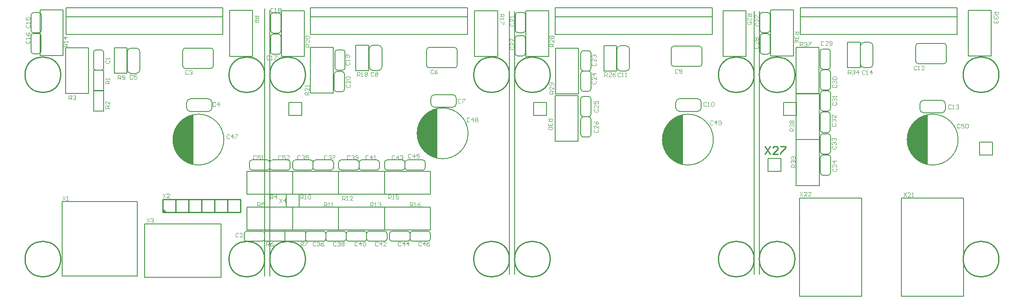
<source format=gto>
G04*
G04 #@! TF.GenerationSoftware,Altium Limited,Altium Designer,21.6.4 (81)*
G04*
G04 Layer_Color=65535*
%FSLAX44Y44*%
%MOMM*%
G71*
G04*
G04 #@! TF.SameCoordinates,43C67DF6-979F-4C5B-9B03-454D23029C34*
G04*
G04*
G04 #@! TF.FilePolarity,Positive*
G04*
G01*
G75*
%ADD10C,0.1500*%
%ADD11C,0.2000*%
%ADD12C,0.2540*%
%ADD13C,0.2032*%
%ADD14C,0.1000*%
G36*
X270510Y-395398D02*
X278210Y-403098D01*
X270510D01*
Y-395398D01*
D02*
G37*
G36*
X330000Y-211000D02*
Y-309000D01*
X320000Y-306000D01*
X310000Y-300000D01*
X303000Y-294000D01*
X294714Y-281572D01*
X292485Y-276667D01*
X290000Y-263000D01*
X291467Y-246867D01*
X293091Y-241181D01*
X298000Y-233000D01*
X302000Y-228000D01*
X306000Y-223000D01*
X310000Y-220000D01*
X316000Y-216000D01*
X323000Y-213000D01*
X329000Y-211000D01*
X330000D01*
D02*
G37*
G36*
X808896Y-198650D02*
Y-296650D01*
X798896Y-293650D01*
X788896Y-287650D01*
X781896Y-281650D01*
X773610Y-269222D01*
X771381Y-264317D01*
X768896Y-250650D01*
X770363Y-234517D01*
X771987Y-228831D01*
X776896Y-220650D01*
X780896Y-215650D01*
X784896Y-210650D01*
X788896Y-207650D01*
X794896Y-203650D01*
X801896Y-200650D01*
X807896Y-198650D01*
X808896D01*
D02*
G37*
G36*
X1290000Y-211000D02*
Y-309000D01*
X1280000Y-306000D01*
X1270000Y-300000D01*
X1263000Y-294000D01*
X1254714Y-281572D01*
X1252485Y-276667D01*
X1250000Y-263000D01*
X1251467Y-246867D01*
X1253091Y-241181D01*
X1258000Y-233000D01*
X1262000Y-228000D01*
X1266000Y-223000D01*
X1270000Y-220000D01*
X1276000Y-216000D01*
X1283000Y-213000D01*
X1289000Y-211000D01*
X1290000D01*
D02*
G37*
G36*
X1770000D02*
Y-309000D01*
X1760000Y-306000D01*
X1750000Y-300000D01*
X1743000Y-294000D01*
X1734714Y-281572D01*
X1732485Y-276667D01*
X1730000Y-263000D01*
X1731467Y-246867D01*
X1733091Y-241181D01*
X1738000Y-233000D01*
X1742000Y-228000D01*
X1746000Y-223000D01*
X1750000Y-220000D01*
X1756000Y-216000D01*
X1763000Y-213000D01*
X1769000Y-211000D01*
X1770000D01*
D02*
G37*
D10*
X149272Y-123632D02*
G03*
X154272Y-118632I0J5000D01*
G01*
X134272D02*
G03*
X139272Y-123632I5000J0D01*
G01*
X154272Y-88632D02*
G03*
X149272Y-83632I-5000J0D01*
G01*
X139272D02*
G03*
X134272Y-88632I0J-5000D01*
G01*
X309344Y-115076D02*
G03*
X314344Y-120076I5000J0D01*
G01*
X314344Y-80076D02*
G03*
X309344Y-85076I0J-5000D01*
G01*
X369344D02*
G03*
X364344Y-80076I-5000J0D01*
G01*
X364344Y-120076D02*
G03*
X369344Y-115076I0J5000D01*
G01*
X430000Y-455000D02*
G03*
X435000Y-460000I5000J0D01*
G01*
Y-440000D02*
G03*
X430000Y-445000I0J-5000D01*
G01*
X465000Y-460000D02*
G03*
X470000Y-455000I0J5000D01*
G01*
Y-445000D02*
G03*
X465000Y-440000I-5000J0D01*
G01*
X480000Y-315000D02*
G03*
X485000Y-320000I5000J0D01*
G01*
Y-300000D02*
G03*
X480000Y-305000I0J-5000D01*
G01*
X515000Y-320000D02*
G03*
X520000Y-315000I0J5000D01*
G01*
Y-305000D02*
G03*
X515000Y-300000I-5000J0D01*
G01*
X440000Y-315000D02*
G03*
X445000Y-320000I5000J0D01*
G01*
Y-300000D02*
G03*
X440000Y-305000I0J-5000D01*
G01*
X475000Y-320000D02*
G03*
X480000Y-315000I0J5000D01*
G01*
Y-305000D02*
G03*
X475000Y-300000I-5000J0D01*
G01*
X590000Y-455000D02*
G03*
X595000Y-460000I5000J0D01*
G01*
Y-440000D02*
G03*
X590000Y-445000I0J-5000D01*
G01*
X625000Y-460000D02*
G03*
X630000Y-455000I0J5000D01*
G01*
Y-445000D02*
G03*
X625000Y-440000I-5000J0D01*
G01*
X670000Y-455000D02*
G03*
X675000Y-460000I5000J0D01*
G01*
Y-440000D02*
G03*
X670000Y-445000I0J-5000D01*
G01*
X705000Y-460000D02*
G03*
X710000Y-455000I0J5000D01*
G01*
Y-445000D02*
G03*
X705000Y-440000I-5000J0D01*
G01*
X630000Y-455000D02*
G03*
X635000Y-460000I5000J0D01*
G01*
Y-440000D02*
G03*
X630000Y-445000I0J-5000D01*
G01*
X665000Y-460000D02*
G03*
X670000Y-455000I0J5000D01*
G01*
Y-445000D02*
G03*
X665000Y-440000I-5000J0D01*
G01*
X550000Y-455000D02*
G03*
X555000Y-460000I5000J0D01*
G01*
Y-440000D02*
G03*
X550000Y-445000I0J-5000D01*
G01*
X585000Y-460000D02*
G03*
X590000Y-455000I0J5000D01*
G01*
Y-445000D02*
G03*
X585000Y-440000I-5000J0D01*
G01*
X745000Y-315000D02*
G03*
X750000Y-320000I5000J0D01*
G01*
Y-300000D02*
G03*
X745000Y-305000I0J-5000D01*
G01*
X780000Y-320000D02*
G03*
X785000Y-315000I0J5000D01*
G01*
Y-305000D02*
G03*
X780000Y-300000I-5000J0D01*
G01*
X715000Y-455000D02*
G03*
X720000Y-460000I5000J0D01*
G01*
Y-440000D02*
G03*
X715000Y-445000I0J-5000D01*
G01*
X750000Y-460000D02*
G03*
X755000Y-455000I0J5000D01*
G01*
Y-445000D02*
G03*
X750000Y-440000I-5000J0D01*
G01*
X755000Y-455000D02*
G03*
X760000Y-460000I5000J0D01*
G01*
Y-440000D02*
G03*
X755000Y-445000I0J-5000D01*
G01*
X790000Y-460000D02*
G03*
X795000Y-455000I0J5000D01*
G01*
Y-445000D02*
G03*
X790000Y-440000I-5000J0D01*
G01*
X705000Y-315000D02*
G03*
X710000Y-320000I5000J0D01*
G01*
Y-300000D02*
G03*
X705000Y-305000I0J-5000D01*
G01*
X740000Y-320000D02*
G03*
X745000Y-315000I0J5000D01*
G01*
Y-305000D02*
G03*
X740000Y-300000I-5000J0D01*
G01*
X525000Y-315000D02*
G03*
X530000Y-320000I5000J0D01*
G01*
Y-300000D02*
G03*
X525000Y-305000I0J-5000D01*
G01*
X560000Y-320000D02*
G03*
X565000Y-315000I0J5000D01*
G01*
Y-305000D02*
G03*
X560000Y-300000I-5000J0D01*
G01*
X565000Y-315000D02*
G03*
X570000Y-320000I5000J0D01*
G01*
Y-300000D02*
G03*
X565000Y-305000I0J-5000D01*
G01*
X600000Y-320000D02*
G03*
X605000Y-315000I0J5000D01*
G01*
Y-305000D02*
G03*
X600000Y-300000I-5000J0D01*
G01*
X615000Y-315000D02*
G03*
X620000Y-320000I5000J0D01*
G01*
Y-300000D02*
G03*
X615000Y-305000I0J-5000D01*
G01*
X650000Y-320000D02*
G03*
X655000Y-315000I0J5000D01*
G01*
Y-305000D02*
G03*
X650000Y-300000I-5000J0D01*
G01*
X1095000Y-175000D02*
G03*
X1090000Y-180000I0J-5000D01*
G01*
X1110000D02*
G03*
X1105000Y-175000I-5000J0D01*
G01*
X1090000Y-210000D02*
G03*
X1095000Y-215000I5000J0D01*
G01*
X1105000D02*
G03*
X1110000Y-210000I0J5000D01*
G01*
X1095000Y-215000D02*
G03*
X1090000Y-220000I0J-5000D01*
G01*
X1110000D02*
G03*
X1105000Y-215000I-5000J0D01*
G01*
X1090000Y-250000D02*
G03*
X1095000Y-255000I5000J0D01*
G01*
X1105000D02*
G03*
X1110000Y-250000I0J5000D01*
G01*
X695000Y-305000D02*
G03*
X690000Y-300000I-5000J0D01*
G01*
Y-320000D02*
G03*
X695000Y-315000I0J5000D01*
G01*
X660000Y-300000D02*
G03*
X655000Y-305000I0J-5000D01*
G01*
Y-315000D02*
G03*
X660000Y-320000I5000J0D01*
G01*
X1564974Y-290212D02*
G03*
X1559974Y-295212I0J-5000D01*
G01*
X1579974D02*
G03*
X1574974Y-290212I-5000J0D01*
G01*
X1559974Y-325212D02*
G03*
X1564974Y-330212I5000J0D01*
G01*
X1574974D02*
G03*
X1579974Y-325212I0J5000D01*
G01*
X1564720Y-248478D02*
G03*
X1559720Y-253478I0J-5000D01*
G01*
X1579720D02*
G03*
X1574720Y-248478I-5000J0D01*
G01*
X1559720Y-283478D02*
G03*
X1564720Y-288478I5000J0D01*
G01*
X1574720D02*
G03*
X1579720Y-283478I0J5000D01*
G01*
X1564466Y-205884D02*
G03*
X1559466Y-210884I0J-5000D01*
G01*
X1579466D02*
G03*
X1574466Y-205884I-5000J0D01*
G01*
X1559466Y-240884D02*
G03*
X1564466Y-245884I5000J0D01*
G01*
X1574466D02*
G03*
X1579466Y-240884I0J5000D01*
G01*
X1564974Y-163896D02*
G03*
X1559974Y-168896I0J-5000D01*
G01*
X1579974D02*
G03*
X1574974Y-163896I-5000J0D01*
G01*
X1559974Y-198896D02*
G03*
X1564974Y-203896I5000J0D01*
G01*
X1574974D02*
G03*
X1579974Y-198896I0J5000D01*
G01*
X1564720Y-122748D02*
G03*
X1559720Y-127748I0J-5000D01*
G01*
X1579720D02*
G03*
X1574720Y-122748I-5000J0D01*
G01*
X1559720Y-157748D02*
G03*
X1564720Y-162748I5000J0D01*
G01*
X1574720D02*
G03*
X1579720Y-157748I0J5000D01*
G01*
X1564466Y-81600D02*
G03*
X1559466Y-86600I0J-5000D01*
G01*
X1579466D02*
G03*
X1574466Y-81600I-5000J0D01*
G01*
X1559466Y-116600D02*
G03*
X1564466Y-121600I5000J0D01*
G01*
X1574466D02*
G03*
X1579466Y-116600I0J5000D01*
G01*
X1446610Y-51882D02*
G03*
X1441610Y-56882I0J-5000D01*
G01*
X1461610D02*
G03*
X1456610Y-51882I-5000J0D01*
G01*
X1441610Y-86882D02*
G03*
X1446610Y-91882I5000J0D01*
G01*
X1456610D02*
G03*
X1461610Y-86882I0J5000D01*
G01*
X1446356Y-9718D02*
G03*
X1441356Y-14718I0J-5000D01*
G01*
X1461356D02*
G03*
X1456356Y-9718I-5000J0D01*
G01*
X1441356Y-44718D02*
G03*
X1446356Y-49718I5000J0D01*
G01*
X1456356D02*
G03*
X1461356Y-44718I0J5000D01*
G01*
X1095000Y-125000D02*
G03*
X1090000Y-130000I0J-5000D01*
G01*
X1110000D02*
G03*
X1105000Y-125000I-5000J0D01*
G01*
X1090000Y-160000D02*
G03*
X1095000Y-165000I5000J0D01*
G01*
X1105000D02*
G03*
X1110000Y-160000I0J5000D01*
G01*
X1095000Y-85000D02*
G03*
X1090000Y-90000I0J-5000D01*
G01*
X1110000D02*
G03*
X1105000Y-85000I-5000J0D01*
G01*
X1090000Y-120000D02*
G03*
X1095000Y-125000I5000J0D01*
G01*
X1105000D02*
G03*
X1110000Y-120000I0J5000D01*
G01*
X966042Y-55438D02*
G03*
X961042Y-60438I0J-5000D01*
G01*
X981042D02*
G03*
X976042Y-55438I-5000J0D01*
G01*
X961042Y-90438D02*
G03*
X966042Y-95438I5000J0D01*
G01*
X976042D02*
G03*
X981042Y-90438I0J5000D01*
G01*
X966550Y-9718D02*
G03*
X961550Y-14718I0J-5000D01*
G01*
X981550D02*
G03*
X976550Y-9718I-5000J0D01*
G01*
X961550Y-44718D02*
G03*
X966550Y-49718I5000J0D01*
G01*
X976550D02*
G03*
X981550Y-44718I0J5000D01*
G01*
X611458Y-126050D02*
G03*
X606458Y-131050I0J-5000D01*
G01*
X626458D02*
G03*
X621458Y-126050I-5000J0D01*
G01*
X606458Y-161050D02*
G03*
X611458Y-166050I5000J0D01*
G01*
X621458D02*
G03*
X626458Y-161050I0J5000D01*
G01*
X612728Y-83456D02*
G03*
X607728Y-88456I0J-5000D01*
G01*
X627728D02*
G03*
X622728Y-83456I-5000J0D01*
G01*
X607728Y-118456D02*
G03*
X612728Y-123456I5000J0D01*
G01*
X622728D02*
G03*
X627728Y-118456I0J5000D01*
G01*
X486744Y-52390D02*
G03*
X481744Y-57390I0J-5000D01*
G01*
X501744D02*
G03*
X496744Y-52390I-5000J0D01*
G01*
X481744Y-87390D02*
G03*
X486744Y-92390I5000J0D01*
G01*
X496744D02*
G03*
X501744Y-87390I0J5000D01*
G01*
X486744Y-10558D02*
G03*
X481744Y-15558I0J-5000D01*
G01*
X501744D02*
G03*
X496744Y-10558I-5000J0D01*
G01*
X481744Y-45558D02*
G03*
X486744Y-50558I5000J0D01*
G01*
X496744D02*
G03*
X501744Y-45558I0J5000D01*
G01*
X16664Y-51114D02*
G03*
X11664Y-56114I0J-5000D01*
G01*
X31664D02*
G03*
X26664Y-51114I-5000J0D01*
G01*
X11664Y-86114D02*
G03*
X16664Y-91114I5000J0D01*
G01*
X26664D02*
G03*
X31664Y-86114I0J5000D01*
G01*
X16918Y-10220D02*
G03*
X11918Y-15220I0J-5000D01*
G01*
X31918D02*
G03*
X26918Y-10220I-5000J0D01*
G01*
X11918Y-45220D02*
G03*
X16918Y-50220I5000J0D01*
G01*
X26918D02*
G03*
X31918Y-45220I0J5000D01*
G01*
X1663246Y-76226D02*
G03*
X1655746Y-68726I-7500J0D01*
G01*
X1645746D02*
G03*
X1638246Y-76226I0J-7500D01*
G01*
Y-111226D02*
G03*
X1645746Y-118726I7500J0D01*
G01*
X1655746D02*
G03*
X1663246Y-111226I0J7500D01*
G01*
X1801934Y-110678D02*
G03*
X1806934Y-105678I0J5000D01*
G01*
Y-75678D02*
G03*
X1801934Y-70678I-5000J0D01*
G01*
X1751934D02*
G03*
X1746934Y-75678I0J-5000D01*
G01*
Y-105678D02*
G03*
X1751934Y-110678I5000J0D01*
G01*
X1755000Y-200000D02*
G03*
X1762500Y-207500I7500J0D01*
G01*
Y-182500D02*
G03*
X1755000Y-190000I0J-7500D01*
G01*
X1805000D02*
G03*
X1797500Y-182500I-7500J0D01*
G01*
Y-207500D02*
G03*
X1805000Y-200000I0J7500D01*
G01*
X217852Y-129902D02*
G03*
X225352Y-122402I0J7500D01*
G01*
X200352D02*
G03*
X207852Y-129902I7500J0D01*
G01*
Y-79902D02*
G03*
X200352Y-87402I0J-7500D01*
G01*
X225352D02*
G03*
X217852Y-79902I-7500J0D01*
G01*
X795928Y-188896D02*
G03*
X803428Y-196396I7500J0D01*
G01*
Y-171396D02*
G03*
X795928Y-178896I0J-7500D01*
G01*
X845928D02*
G03*
X838428Y-171396I-7500J0D01*
G01*
Y-196396D02*
G03*
X845928Y-188896I0J7500D01*
G01*
X842626Y-118806D02*
G03*
X847626Y-113806I0J5000D01*
G01*
Y-83806D02*
G03*
X842626Y-78806I-5000J0D01*
G01*
X792626D02*
G03*
X787626Y-83806I0J-5000D01*
G01*
Y-113806D02*
G03*
X792626Y-118806I5000J0D01*
G01*
X682578Y-74314D02*
G03*
X675078Y-81814I0J-7500D01*
G01*
X700078D02*
G03*
X692578Y-74314I-7500J0D01*
G01*
Y-124314D02*
G03*
X700078Y-116814I0J7500D01*
G01*
X675078D02*
G03*
X682578Y-124314I7500J0D01*
G01*
X1322432Y-116266D02*
G03*
X1327432Y-111266I0J5000D01*
G01*
Y-81266D02*
G03*
X1322432Y-76266I-5000J0D01*
G01*
X1272432D02*
G03*
X1267432Y-81266I0J-5000D01*
G01*
Y-111266D02*
G03*
X1272432Y-116266I5000J0D01*
G01*
X316884Y-197278D02*
G03*
X324384Y-204778I7500J0D01*
G01*
Y-179778D02*
G03*
X316884Y-187278I0J-7500D01*
G01*
X366884D02*
G03*
X359384Y-179778I-7500J0D01*
G01*
Y-204778D02*
G03*
X366884Y-197278I0J7500D01*
G01*
X1168226Y-75330D02*
G03*
X1160726Y-82830I0J-7500D01*
G01*
X1185726D02*
G03*
X1178226Y-75330I-7500J0D01*
G01*
Y-125330D02*
G03*
X1185726Y-117830I0J7500D01*
G01*
X1160726D02*
G03*
X1168226Y-125330I7500J0D01*
G01*
X1276242Y-197024D02*
G03*
X1283742Y-204524I7500J0D01*
G01*
Y-179524D02*
G03*
X1276242Y-187024I0J-7500D01*
G01*
X1326242D02*
G03*
X1318742Y-179524I-7500J0D01*
G01*
Y-204524D02*
G03*
X1326242Y-197024I0J7500D01*
G01*
X435000Y-367500D02*
Y-322500D01*
Y-367500D02*
X525000D01*
Y-322500D01*
X435000D02*
X525000D01*
X134526Y-163510D02*
Y-123510D01*
X154526D01*
Y-163510D02*
Y-123510D01*
X134526Y-163510D02*
X154526D01*
X139272Y-123632D02*
X149272D01*
X139272Y-83632D02*
X149272D01*
X134272Y-118632D02*
Y-88632D01*
X154272Y-118632D02*
Y-88632D01*
X326844Y-120076D02*
X351844D01*
X326844Y-80076D02*
X351844D01*
X314344Y-120076D02*
X326844D01*
X309344Y-115076D02*
Y-85076D01*
X314344Y-80076D02*
X326844D01*
X351844D02*
X364344D01*
X369344Y-115076D02*
Y-85076D01*
X351844Y-120076D02*
X364344D01*
X134526Y-203974D02*
Y-163974D01*
X154526D01*
Y-203974D02*
Y-163974D01*
X134526Y-203974D02*
X154526D01*
X510000Y-460000D02*
X550000D01*
X510000D02*
Y-440000D01*
X550000D01*
Y-460000D02*
Y-440000D01*
X470000Y-460000D02*
X510000D01*
X470000D02*
Y-440000D01*
X510000D01*
Y-460000D02*
Y-440000D01*
X435000D02*
X465000D01*
X435000Y-460000D02*
X465000D01*
X430000Y-455000D02*
Y-445000D01*
X470000Y-455000D02*
Y-445000D01*
X485000Y-300000D02*
X515000D01*
X485000Y-320000D02*
X515000D01*
X480000Y-315000D02*
Y-305000D01*
X520000Y-315000D02*
Y-305000D01*
X445000Y-300000D02*
X475000D01*
X445000Y-320000D02*
X475000D01*
X440000Y-315000D02*
Y-305000D01*
X480000Y-315000D02*
Y-305000D01*
X615000Y-437500D02*
X705000D01*
X615000D02*
Y-392500D01*
X705000D01*
Y-437500D02*
Y-392500D01*
X590000Y-455000D02*
Y-445000D01*
X630000Y-455000D02*
Y-445000D01*
X595000Y-440000D02*
X625000D01*
X595000Y-460000D02*
X625000D01*
X670000Y-455000D02*
Y-445000D01*
X710000Y-455000D02*
Y-445000D01*
X675000Y-440000D02*
X705000D01*
X675000Y-460000D02*
X705000D01*
X630000Y-455000D02*
Y-445000D01*
X670000Y-455000D02*
Y-445000D01*
X635000Y-440000D02*
X665000D01*
X635000Y-460000D02*
X665000D01*
X525000Y-437500D02*
X615000D01*
X525000D02*
Y-392500D01*
X615000D01*
Y-437500D02*
Y-392500D01*
X550000Y-455000D02*
Y-445000D01*
X590000Y-455000D02*
Y-445000D01*
X555000Y-440000D02*
X585000D01*
X555000Y-460000D02*
X585000D01*
X745000Y-315000D02*
Y-305000D01*
X785000Y-315000D02*
Y-305000D01*
X750000Y-300000D02*
X780000D01*
X750000Y-320000D02*
X780000D01*
X715000Y-455000D02*
Y-445000D01*
X755000Y-455000D02*
Y-445000D01*
X720000Y-440000D02*
X750000D01*
X720000Y-460000D02*
X750000D01*
X755000Y-455000D02*
Y-445000D01*
X795000Y-455000D02*
Y-445000D01*
X760000Y-440000D02*
X790000D01*
X760000Y-460000D02*
X790000D01*
X705000Y-437500D02*
X795000D01*
X705000D02*
Y-392500D01*
X795000D01*
Y-437500D02*
Y-392500D01*
Y-367500D02*
Y-322500D01*
X705000D02*
X795000D01*
X705000Y-367500D02*
Y-322500D01*
Y-367500D02*
X795000D01*
X705000Y-315000D02*
Y-305000D01*
X745000Y-315000D02*
Y-305000D01*
X710000Y-300000D02*
X740000D01*
X710000Y-320000D02*
X740000D01*
X525000Y-367500D02*
X615000D01*
X525000D02*
Y-322500D01*
X615000D01*
Y-367500D02*
Y-322500D01*
X435000Y-392500D02*
X525000D01*
Y-437500D02*
Y-392500D01*
X435000Y-437500D02*
X525000D01*
X435000D02*
Y-392500D01*
X615000Y-367500D02*
X705000D01*
X615000D02*
Y-322500D01*
X705000D01*
Y-367500D02*
Y-322500D01*
X525000Y-315000D02*
Y-305000D01*
X565000Y-315000D02*
Y-305000D01*
X530000Y-300000D02*
X560000D01*
X530000Y-320000D02*
X560000D01*
X565000Y-315000D02*
Y-305000D01*
X605000Y-315000D02*
Y-305000D01*
X570000Y-300000D02*
X600000D01*
X570000Y-320000D02*
X600000D01*
X615000Y-315000D02*
Y-305000D01*
X655000Y-315000D02*
Y-305000D01*
X620000Y-300000D02*
X650000D01*
X620000Y-320000D02*
X650000D01*
X1110000Y-210000D02*
Y-180000D01*
X1090000Y-210000D02*
Y-180000D01*
X1095000Y-175000D02*
X1105000D01*
X1095000Y-215000D02*
X1105000D01*
X1110000Y-250000D02*
Y-220000D01*
X1090000Y-250000D02*
Y-220000D01*
X1095000Y-215000D02*
X1105000D01*
X1095000Y-255000D02*
X1105000D01*
X660000Y-320000D02*
X690000D01*
X660000Y-300000D02*
X690000D01*
X695000Y-315000D02*
Y-305000D01*
X655000Y-315000D02*
Y-305000D01*
X1579974Y-325212D02*
Y-295212D01*
X1559974Y-325212D02*
Y-295212D01*
X1564974Y-290212D02*
X1574974D01*
X1564974Y-330212D02*
X1574974D01*
X1579720Y-283478D02*
Y-253478D01*
X1559720Y-283478D02*
Y-253478D01*
X1564720Y-248478D02*
X1574720D01*
X1564720Y-288478D02*
X1574720D01*
X1579466Y-240884D02*
Y-210884D01*
X1559466Y-240884D02*
Y-210884D01*
X1564466Y-205884D02*
X1574466D01*
X1564466Y-245884D02*
X1574466D01*
X1579974Y-198896D02*
Y-168896D01*
X1559974Y-198896D02*
Y-168896D01*
X1564974Y-163896D02*
X1574974D01*
X1564974Y-203896D02*
X1574974D01*
X1579720Y-157748D02*
Y-127748D01*
X1559720Y-157748D02*
Y-127748D01*
X1564720Y-122748D02*
X1574720D01*
X1564720Y-162748D02*
X1574720D01*
X1579466Y-116600D02*
Y-86600D01*
X1559466Y-116600D02*
Y-86600D01*
X1564466Y-81600D02*
X1574466D01*
X1564466Y-121600D02*
X1574466D01*
X1461610Y-86882D02*
Y-56882D01*
X1441610Y-86882D02*
Y-56882D01*
X1446610Y-51882D02*
X1456610D01*
X1446610Y-91882D02*
X1456610D01*
X1461356Y-44718D02*
Y-14718D01*
X1441356Y-44718D02*
Y-14718D01*
X1446356Y-9718D02*
X1456356D01*
X1446356Y-49718D02*
X1456356D01*
X1110000Y-160000D02*
Y-130000D01*
X1090000Y-160000D02*
Y-130000D01*
X1095000Y-125000D02*
X1105000D01*
X1095000Y-165000D02*
X1105000D01*
X1110000Y-120000D02*
Y-90000D01*
X1090000Y-120000D02*
Y-90000D01*
X1095000Y-85000D02*
X1105000D01*
X1095000Y-125000D02*
X1105000D01*
X981042Y-90438D02*
Y-60438D01*
X961042Y-90438D02*
Y-60438D01*
X966042Y-55438D02*
X976042D01*
X966042Y-95438D02*
X976042D01*
X981550Y-44718D02*
Y-14718D01*
X961550Y-44718D02*
Y-14718D01*
X966550Y-9718D02*
X976550D01*
X966550Y-49718D02*
X976550D01*
X626458Y-161050D02*
Y-131050D01*
X606458Y-161050D02*
Y-131050D01*
X611458Y-126050D02*
X621458D01*
X611458Y-166050D02*
X621458D01*
X627728Y-118456D02*
Y-88456D01*
X607728Y-118456D02*
Y-88456D01*
X612728Y-83456D02*
X622728D01*
X612728Y-123456D02*
X622728D01*
X501744Y-87390D02*
Y-57390D01*
X481744Y-87390D02*
Y-57390D01*
X486744Y-52390D02*
X496744D01*
X486744Y-92390D02*
X496744D01*
X501744Y-45558D02*
Y-15558D01*
X481744Y-45558D02*
Y-15558D01*
X486744Y-10558D02*
X496744D01*
X486744Y-50558D02*
X496744D01*
X31664Y-86114D02*
Y-56114D01*
X11664Y-86114D02*
Y-56114D01*
X16664Y-51114D02*
X26664D01*
X16664Y-91114D02*
X26664D01*
X31918Y-45220D02*
Y-15220D01*
X11918Y-45220D02*
Y-15220D01*
X16918Y-10220D02*
X26918D01*
X16918Y-50220D02*
X26918D01*
X1512500Y-260000D02*
Y-170000D01*
X1557500D01*
Y-260000D02*
Y-170000D01*
X1512500Y-260000D02*
X1557500D01*
X1512500Y-350000D02*
Y-260000D01*
X1557500D01*
Y-350000D02*
Y-260000D01*
X1512500Y-350000D02*
X1557500D01*
X79608Y-169206D02*
Y-79206D01*
X124608D01*
Y-169206D02*
Y-79206D01*
X79608Y-169206D02*
X124608D01*
X29570Y-95034D02*
Y-5034D01*
X74570D01*
Y-95034D02*
Y-5034D01*
X29570Y-95034D02*
X74570D01*
X401426Y-96058D02*
X446426D01*
Y-6058D01*
X401426D02*
X446426D01*
X401426Y-96058D02*
Y-6058D01*
X1645746Y-68726D02*
X1655746D01*
X1645746Y-118726D02*
X1655746D01*
X1638246Y-111226D02*
Y-76226D01*
X1663246Y-111226D02*
Y-76226D01*
X1789434Y-110678D02*
X1801934D01*
X1806934Y-105678D02*
Y-75678D01*
X1789434Y-70678D02*
X1801934D01*
X1751934D02*
X1764434D01*
X1746934Y-105678D02*
Y-75678D01*
X1751934Y-110678D02*
X1764434D01*
Y-70678D02*
X1789434D01*
X1764434Y-110678D02*
X1789434D01*
X1849988Y-95796D02*
X1894988D01*
Y-5796D01*
X1849988D02*
X1894988D01*
X1849988Y-95796D02*
Y-5796D01*
X1762500Y-207500D02*
X1797500D01*
X1762500Y-182500D02*
X1797500D01*
X1755000Y-200000D02*
Y-190000D01*
X1805000Y-200000D02*
Y-190000D01*
X1512422Y-168948D02*
X1557422D01*
Y-78948D01*
X1512422D02*
X1557422D01*
X1512422Y-168948D02*
Y-78948D01*
X1613100Y-68726D02*
X1638100D01*
X1613100Y-89226D02*
Y-68726D01*
X1638100Y-89226D02*
Y-68726D01*
Y-118726D02*
Y-98226D01*
X1613100Y-118726D02*
Y-98226D01*
Y-118726D02*
X1638100D01*
X1613100Y-98226D02*
Y-89226D01*
X1638100Y-98226D02*
Y-89226D01*
X1461876Y-95288D02*
X1506876D01*
Y-5288D01*
X1461876D02*
X1506876D01*
X1461876Y-95288D02*
Y-5288D01*
X225352Y-122402D02*
Y-87402D01*
X200352Y-122402D02*
Y-87402D01*
X207852Y-129902D02*
X217852D01*
X207852Y-79902D02*
X217852D01*
X803428Y-196396D02*
X838428D01*
X803428Y-171396D02*
X838428D01*
X795928Y-188896D02*
Y-178896D01*
X845928Y-188896D02*
Y-178896D01*
X648662Y-103586D02*
Y-94586D01*
X673662Y-103586D02*
Y-94586D01*
X648662Y-74086D02*
X673662D01*
Y-94586D02*
Y-74086D01*
X648662Y-94586D02*
Y-74086D01*
Y-124086D02*
Y-103586D01*
X673662Y-124086D02*
Y-103586D01*
X648662Y-124086D02*
X673662D01*
X502772Y-96566D02*
X547772D01*
Y-6566D01*
X502772D02*
X547772D01*
X502772Y-96566D02*
Y-6566D01*
X881740Y-96566D02*
X926740D01*
Y-6566D01*
X881740D02*
X926740D01*
X881740Y-96566D02*
Y-6566D01*
X830126Y-118806D02*
X842626D01*
X847626Y-113806D02*
Y-83806D01*
X830126Y-78806D02*
X842626D01*
X792626D02*
X805126D01*
X787626Y-113806D02*
Y-83806D01*
X792626Y-118806D02*
X805126D01*
Y-78806D02*
X830126D01*
X805126Y-118806D02*
X830126D01*
X675078Y-116814D02*
Y-81814D01*
X700078Y-116814D02*
Y-81814D01*
X682578Y-74314D02*
X692578D01*
X682578Y-124314D02*
X692578D01*
X175206Y-79648D02*
X200206D01*
X175206Y-100148D02*
Y-79648D01*
X200206Y-100148D02*
Y-79648D01*
Y-129648D02*
Y-109148D01*
X175206Y-129648D02*
Y-109148D01*
Y-129648D02*
X200206D01*
X175206Y-109148D02*
Y-100148D01*
X200206Y-109148D02*
Y-100148D01*
X1039874Y-263186D02*
X1084874D01*
Y-173186D01*
X1039874D02*
X1084874D01*
X1039874Y-263186D02*
Y-173186D01*
X1040236Y-169964D02*
X1085236D01*
Y-79964D01*
X1040236D02*
X1085236D01*
X1040236Y-169964D02*
Y-79964D01*
X1309932Y-116266D02*
X1322432D01*
X1327432Y-111266D02*
Y-81266D01*
X1309932Y-76266D02*
X1322432D01*
X1272432D02*
X1284932D01*
X1267432Y-111266D02*
Y-81266D01*
X1272432Y-116266D02*
X1284932D01*
Y-76266D02*
X1309932D01*
X1284932Y-116266D02*
X1309932D01*
X1368658Y-96308D02*
X1413658D01*
Y-6308D01*
X1368658D02*
X1413658D01*
X1368658Y-96308D02*
Y-6308D01*
X324384Y-204778D02*
X359384D01*
X324384Y-179778D02*
X359384D01*
X316884Y-197278D02*
Y-187278D01*
X366884Y-197278D02*
Y-187278D01*
X982070Y-96308D02*
X1027070D01*
Y-6308D01*
X982070D02*
X1027070D01*
X982070Y-96308D02*
Y-6308D01*
X1160726Y-117830D02*
Y-82830D01*
X1185726Y-117830D02*
Y-82830D01*
X1168226Y-75330D02*
X1178226D01*
X1168226Y-125330D02*
X1178226D01*
X1135326Y-104830D02*
Y-95830D01*
X1160326Y-104830D02*
Y-95830D01*
X1135326Y-75330D02*
X1160326D01*
Y-95830D02*
Y-75330D01*
X1135326Y-95830D02*
Y-75330D01*
Y-125330D02*
Y-104830D01*
X1160326Y-125330D02*
Y-104830D01*
X1135326Y-125330D02*
X1160326D01*
X1283742Y-204524D02*
X1318742D01*
X1283742Y-179524D02*
X1318742D01*
X1276242Y-197024D02*
Y-187024D01*
X1326242Y-197024D02*
Y-187024D01*
X559668Y-168694D02*
X604668D01*
Y-78694D01*
X559668D02*
X604668D01*
X559668Y-168694D02*
Y-78694D01*
D11*
X1350000Y-260000D02*
G03*
X1350000Y-260000I-50000J0D01*
G01*
X1830000D02*
G03*
X1830000Y-260000I-50000J0D01*
G01*
X868896Y-247650D02*
G03*
X868896Y-247650I-50000J0D01*
G01*
X390000Y-260000D02*
G03*
X390000Y-260000I-50000J0D01*
G01*
X1457299Y-297000D02*
X1482599D01*
X1457299Y-322674D02*
Y-297000D01*
X1482599Y-322674D02*
Y-297000D01*
X1457299Y-322674D02*
X1482599D01*
X1487299Y-187000D02*
X1512599D01*
X1487299Y-212674D02*
Y-187000D01*
X1512599Y-212674D02*
Y-187000D01*
X1487299Y-212674D02*
X1512599D01*
X1872299Y-264500D02*
X1897599D01*
X1872299Y-290174D02*
Y-264500D01*
X1897599Y-290174D02*
Y-264500D01*
X1872299Y-290174D02*
X1897599D01*
X997299Y-187000D02*
X1022599D01*
X997299Y-212674D02*
Y-187000D01*
X1022599Y-212674D02*
Y-187000D01*
X997299Y-212674D02*
X1022599D01*
X517299Y-187000D02*
X542599D01*
X517299Y-212674D02*
Y-187000D01*
X542599Y-212674D02*
Y-187000D01*
X517299Y-212674D02*
X542599D01*
X220487Y-528000D02*
Y-382000D01*
X72913D02*
X220487Y-382000D01*
X72913Y-528000D02*
Y-382000D01*
Y-528000D02*
X220487D01*
X1841000Y-568000D02*
Y-375000D01*
X1719000Y-375000D02*
X1841000Y-375000D01*
X1719000Y-375000D02*
X1719000Y-568000D01*
X1841000D01*
X1641000D02*
Y-375000D01*
X1519000Y-375000D02*
X1641000Y-375000D01*
X1519000Y-375000D02*
X1519000Y-568000D01*
X1641000D01*
X512299Y-367000D02*
X537599D01*
X512299Y-392674D02*
Y-367000D01*
X537599Y-392674D02*
Y-367000D01*
X512299Y-392674D02*
X537599D01*
X1440000Y-525000D02*
X1440000Y-7500D01*
X1430000Y-525000D02*
X1430000Y-7500D01*
X960000D02*
X960000Y-525000D01*
X950000D02*
X950000Y-7500D01*
X480000Y-527794D02*
X480060Y-5080D01*
X470000Y-527812D02*
X470154Y-2032D01*
X234753Y-425457D02*
X280253D01*
X234753Y-530457D02*
X384753D01*
X234753D02*
Y-425457D01*
X280253D02*
X384753D01*
Y-530457D02*
Y-425457D01*
D12*
X1910000Y-132500D02*
G03*
X1910000Y-132500I-35000J0D01*
G01*
X1510000D02*
G03*
X1510000Y-132500I-35000J0D01*
G01*
X1430000Y-132500D02*
G03*
X1430000Y-132500I-35000J0D01*
G01*
X1030000D02*
G03*
X1030000Y-132500I-35000J0D01*
G01*
X950000D02*
G03*
X950000Y-132500I-35000J0D01*
G01*
X550000D02*
G03*
X550000Y-132500I-35000J0D01*
G01*
X470000Y-132500D02*
G03*
X470000Y-132500I-35000J0D01*
G01*
X1910000Y-495000D02*
G03*
X1910000Y-495000I-35000J0D01*
G01*
X470000D02*
G03*
X470000Y-495000I-35000J0D01*
G01*
X1510000Y-495000D02*
G03*
X1510000Y-495000I-35000J0D01*
G01*
X550000Y-495000D02*
G03*
X550000Y-495000I-35000J0D01*
G01*
X950000D02*
G03*
X950000Y-495000I-35000J0D01*
G01*
X70000D02*
G03*
X70000Y-495000I-35000J0D01*
G01*
X1430000D02*
G03*
X1430000Y-495000I-35000J0D01*
G01*
X1030000D02*
G03*
X1030000Y-495000I-35000J0D01*
G01*
X70000Y-132500D02*
G03*
X70000Y-132500I-35000J0D01*
G01*
X422910Y-402898D02*
Y-377898D01*
X397510Y-402898D02*
Y-377898D01*
X372110Y-402898D02*
Y-377898D01*
X346710Y-402898D02*
Y-377898D01*
X321310Y-402898D02*
Y-377898D01*
X295910Y-402898D02*
Y-377898D01*
X270510Y-377698D02*
X422910D01*
X270510Y-403098D02*
X422910D01*
X270510D02*
Y-377698D01*
X1451333Y-273048D02*
X1461490Y-288283D01*
Y-273048D02*
X1451333Y-288283D01*
X1476725D02*
X1466568D01*
X1476725Y-278126D01*
Y-275587D01*
X1474186Y-273048D01*
X1469108D01*
X1466568Y-275587D01*
X1481804Y-273048D02*
X1491960D01*
Y-275587D01*
X1481804Y-285744D01*
Y-288283D01*
D13*
X1520368Y-18378D02*
X1828368D01*
X1520368D02*
Y-878D01*
Y-53378D02*
Y-18378D01*
Y-53378D02*
X1828368D01*
Y-878D01*
X1520368D02*
X1828368D01*
X1039800Y-18378D02*
X1347800D01*
X1039800D02*
Y-878D01*
Y-53378D02*
Y-18378D01*
Y-53378D02*
X1347800D01*
Y-878D01*
X1039800D02*
X1347800D01*
X80188Y-18378D02*
X388188D01*
X80188D02*
Y-878D01*
Y-53378D02*
Y-18378D01*
Y-53378D02*
X388188D01*
Y-878D01*
X80188D02*
X388188D01*
X559486D02*
X867486D01*
Y-53378D02*
Y-878D01*
X559486Y-53378D02*
X867486D01*
X559486D02*
Y-18378D01*
Y-878D01*
Y-18378D02*
X867486D01*
D14*
X1518718Y-414834D02*
X1519428Y-415544D01*
X480835Y-376499D02*
Y-368501D01*
X484834D01*
X486167Y-369834D01*
Y-372500D01*
X484834Y-373833D01*
X480835D01*
X483501D02*
X486167Y-376499D01*
X492832D02*
Y-368501D01*
X488833Y-372500D01*
X494165D01*
X165543Y-150112D02*
X157545D01*
Y-146113D01*
X158878Y-144780D01*
X161544D01*
X162877Y-146113D01*
Y-150112D01*
Y-147446D02*
X165543Y-144780D01*
Y-142114D02*
Y-139448D01*
Y-140781D01*
X157545D01*
X158878Y-142114D01*
X159132Y-104648D02*
X157799Y-105981D01*
Y-108647D01*
X159132Y-109980D01*
X164464D01*
X165797Y-108647D01*
Y-105981D01*
X164464Y-104648D01*
X165797Y-101982D02*
Y-99316D01*
Y-100649D01*
X157799D01*
X159132Y-101982D01*
X502168Y-292334D02*
X500835Y-291001D01*
X498170D01*
X496837Y-292334D01*
Y-297666D01*
X498170Y-298999D01*
X500835D01*
X502168Y-297666D01*
X510166Y-291001D02*
X504834D01*
Y-295000D01*
X507500Y-293667D01*
X508833D01*
X510166Y-295000D01*
Y-297666D01*
X508833Y-298999D01*
X506167D01*
X504834Y-297666D01*
X518163Y-298999D02*
X512832D01*
X518163Y-293667D01*
Y-292334D01*
X516830Y-291001D01*
X514165D01*
X512832Y-292334D01*
X453501D02*
X452168Y-291001D01*
X449503D01*
X448170Y-292334D01*
Y-297666D01*
X449503Y-298999D01*
X452168D01*
X453501Y-297666D01*
X461499Y-291001D02*
X456167D01*
Y-295000D01*
X458833Y-293667D01*
X460166D01*
X461499Y-295000D01*
Y-297666D01*
X460166Y-298999D01*
X457500D01*
X456167Y-297666D01*
X464165Y-298999D02*
X466830D01*
X465497D01*
Y-291001D01*
X464165Y-292334D01*
X1833628Y-230506D02*
X1832296Y-229173D01*
X1829630D01*
X1828297Y-230506D01*
Y-235838D01*
X1829630Y-237171D01*
X1832296D01*
X1833628Y-235838D01*
X1841626Y-229173D02*
X1836294D01*
Y-233172D01*
X1838960Y-231839D01*
X1840293D01*
X1841626Y-233172D01*
Y-235838D01*
X1840293Y-237171D01*
X1837627D01*
X1836294Y-235838D01*
X1844292Y-230506D02*
X1845625Y-229173D01*
X1848290D01*
X1849623Y-230506D01*
Y-235838D01*
X1848290Y-237171D01*
X1845625D01*
X1844292Y-235838D01*
Y-230506D01*
X1349278Y-224060D02*
X1347946Y-222727D01*
X1345280D01*
X1343947Y-224060D01*
Y-229392D01*
X1345280Y-230725D01*
X1347946D01*
X1349278Y-229392D01*
X1355943Y-230725D02*
Y-222727D01*
X1351944Y-226726D01*
X1357276D01*
X1359942Y-229392D02*
X1361275Y-230725D01*
X1363940D01*
X1365273Y-229392D01*
Y-224060D01*
X1363940Y-222727D01*
X1361275D01*
X1359942Y-224060D01*
Y-225393D01*
X1361275Y-226726D01*
X1365273D01*
X871984Y-218060D02*
X870651Y-216727D01*
X867986D01*
X866653Y-218060D01*
Y-223392D01*
X867986Y-224725D01*
X870651D01*
X871984Y-223392D01*
X878649Y-224725D02*
Y-216727D01*
X874650Y-220726D01*
X879982D01*
X882648Y-218060D02*
X883980Y-216727D01*
X886646D01*
X887979Y-218060D01*
Y-219393D01*
X886646Y-220726D01*
X887979Y-222059D01*
Y-223392D01*
X886646Y-224725D01*
X883980D01*
X882648Y-223392D01*
Y-222059D01*
X883980Y-220726D01*
X882648Y-219393D01*
Y-218060D01*
X883980Y-220726D02*
X886646D01*
X400814Y-251334D02*
X399482Y-250001D01*
X396816D01*
X395483Y-251334D01*
Y-256666D01*
X396816Y-257999D01*
X399482D01*
X400814Y-256666D01*
X407479Y-257999D02*
Y-250001D01*
X403480Y-254000D01*
X408812D01*
X411478Y-250001D02*
X416809D01*
Y-251334D01*
X411478Y-256666D01*
Y-257999D01*
X777168Y-462334D02*
X775835Y-461001D01*
X773170D01*
X771837Y-462334D01*
Y-467666D01*
X773170Y-468999D01*
X775835D01*
X777168Y-467666D01*
X783833Y-468999D02*
Y-461001D01*
X779834Y-465000D01*
X785166D01*
X793163Y-461001D02*
X790497Y-462334D01*
X787832Y-465000D01*
Y-467666D01*
X789165Y-468999D01*
X791830D01*
X793163Y-467666D01*
Y-466333D01*
X791830Y-465000D01*
X787832D01*
X757168Y-289834D02*
X755835Y-288501D01*
X753170D01*
X751837Y-289834D01*
Y-295166D01*
X753170Y-296499D01*
X755835D01*
X757168Y-295166D01*
X763833Y-296499D02*
Y-288501D01*
X759834Y-292500D01*
X765166D01*
X773163Y-288501D02*
X767832D01*
Y-292500D01*
X770497Y-291167D01*
X771830D01*
X773163Y-292500D01*
Y-295166D01*
X771830Y-296499D01*
X769165D01*
X767832Y-295166D01*
X737168Y-462334D02*
X735835Y-461001D01*
X733170D01*
X731837Y-462334D01*
Y-467666D01*
X733170Y-468999D01*
X735835D01*
X737168Y-467666D01*
X743833Y-468999D02*
Y-461001D01*
X739834Y-465000D01*
X745166D01*
X751830Y-468999D02*
Y-461001D01*
X747832Y-465000D01*
X753163D01*
X724668Y-292334D02*
X723335Y-291001D01*
X720670D01*
X719337Y-292334D01*
Y-297666D01*
X720670Y-298999D01*
X723335D01*
X724668Y-297666D01*
X731333Y-298999D02*
Y-291001D01*
X727334Y-295000D01*
X732666D01*
X735332Y-292334D02*
X736665Y-291001D01*
X739330D01*
X740663Y-292334D01*
Y-293667D01*
X739330Y-295000D01*
X737997D01*
X739330D01*
X740663Y-296333D01*
Y-297666D01*
X739330Y-298999D01*
X736665D01*
X735332Y-297666D01*
X692168Y-462334D02*
X690835Y-461001D01*
X688170D01*
X686837Y-462334D01*
Y-467666D01*
X688170Y-468999D01*
X690835D01*
X692168Y-467666D01*
X698833Y-468999D02*
Y-461001D01*
X694834Y-465000D01*
X700166D01*
X708163Y-468999D02*
X702832D01*
X708163Y-463667D01*
Y-462334D01*
X706830Y-461001D01*
X704165D01*
X702832Y-462334D01*
X673501Y-292334D02*
X672168Y-291001D01*
X669503D01*
X668170Y-292334D01*
Y-297666D01*
X669503Y-298999D01*
X672168D01*
X673501Y-297666D01*
X680166Y-298999D02*
Y-291001D01*
X676167Y-295000D01*
X681499D01*
X684165Y-298999D02*
X686830D01*
X685497D01*
Y-291001D01*
X684165Y-292334D01*
X652168Y-462334D02*
X650835Y-461001D01*
X648170D01*
X646837Y-462334D01*
Y-467666D01*
X648170Y-468999D01*
X650835D01*
X652168Y-467666D01*
X658833Y-468999D02*
Y-461001D01*
X654834Y-465000D01*
X660166D01*
X662832Y-462334D02*
X664165Y-461001D01*
X666830D01*
X668163Y-462334D01*
Y-467666D01*
X666830Y-468999D01*
X664165D01*
X662832Y-467666D01*
Y-462334D01*
X637168Y-292334D02*
X635835Y-291001D01*
X633170D01*
X631837Y-292334D01*
Y-297666D01*
X633170Y-298999D01*
X635835D01*
X637168Y-297666D01*
X639834Y-292334D02*
X641167Y-291001D01*
X643833D01*
X645166Y-292334D01*
Y-293667D01*
X643833Y-295000D01*
X642500D01*
X643833D01*
X645166Y-296333D01*
Y-297666D01*
X643833Y-298999D01*
X641167D01*
X639834Y-297666D01*
X647832D02*
X649165Y-298999D01*
X651830D01*
X653163Y-297666D01*
Y-292334D01*
X651830Y-291001D01*
X649165D01*
X647832Y-292334D01*
Y-293667D01*
X649165Y-295000D01*
X653163D01*
X609668Y-462334D02*
X608335Y-461001D01*
X605670D01*
X604337Y-462334D01*
Y-467666D01*
X605670Y-468999D01*
X608335D01*
X609668Y-467666D01*
X612334Y-462334D02*
X613667Y-461001D01*
X616333D01*
X617666Y-462334D01*
Y-463667D01*
X616333Y-465000D01*
X615000D01*
X616333D01*
X617666Y-466333D01*
Y-467666D01*
X616333Y-468999D01*
X613667D01*
X612334Y-467666D01*
X620332Y-462334D02*
X621665Y-461001D01*
X624330D01*
X625663Y-462334D01*
Y-463667D01*
X624330Y-465000D01*
X625663Y-466333D01*
Y-467666D01*
X624330Y-468999D01*
X621665D01*
X620332Y-467666D01*
Y-466333D01*
X621665Y-465000D01*
X620332Y-463667D01*
Y-462334D01*
X621665Y-465000D02*
X624330D01*
X592168Y-292334D02*
X590835Y-291001D01*
X588170D01*
X586837Y-292334D01*
Y-297666D01*
X588170Y-298999D01*
X590835D01*
X592168Y-297666D01*
X594834Y-292334D02*
X596167Y-291001D01*
X598833D01*
X600166Y-292334D01*
Y-293667D01*
X598833Y-295000D01*
X597500D01*
X598833D01*
X600166Y-296333D01*
Y-297666D01*
X598833Y-298999D01*
X596167D01*
X594834Y-297666D01*
X602832Y-291001D02*
X608163D01*
Y-292334D01*
X602832Y-297666D01*
Y-298999D01*
X569668Y-462334D02*
X568335Y-461001D01*
X565670D01*
X564337Y-462334D01*
Y-467666D01*
X565670Y-468999D01*
X568335D01*
X569668Y-467666D01*
X572334Y-462334D02*
X573667Y-461001D01*
X576333D01*
X577666Y-462334D01*
Y-463667D01*
X576333Y-465000D01*
X575000D01*
X576333D01*
X577666Y-466333D01*
Y-467666D01*
X576333Y-468999D01*
X573667D01*
X572334Y-467666D01*
X585663Y-461001D02*
X582997Y-462334D01*
X580332Y-465000D01*
Y-467666D01*
X581665Y-468999D01*
X584330D01*
X585663Y-467666D01*
Y-466333D01*
X584330Y-465000D01*
X580332D01*
X539668Y-292334D02*
X538335Y-291001D01*
X535670D01*
X534337Y-292334D01*
Y-297666D01*
X535670Y-298999D01*
X538335D01*
X539668Y-297666D01*
X542334Y-292334D02*
X543667Y-291001D01*
X546333D01*
X547666Y-292334D01*
Y-293667D01*
X546333Y-295000D01*
X545000D01*
X546333D01*
X547666Y-296333D01*
Y-297666D01*
X546333Y-298999D01*
X543667D01*
X542334Y-297666D01*
X555663Y-291001D02*
X550332D01*
Y-295000D01*
X552997Y-293667D01*
X554330D01*
X555663Y-295000D01*
Y-297666D01*
X554330Y-298999D01*
X551665D01*
X550332Y-297666D01*
X1584834Y-316990D02*
X1583501Y-318323D01*
Y-320988D01*
X1584834Y-322321D01*
X1590166D01*
X1591499Y-320988D01*
Y-318323D01*
X1590166Y-316990D01*
X1584834Y-314324D02*
X1583501Y-312991D01*
Y-310325D01*
X1584834Y-308992D01*
X1586167D01*
X1587500Y-310325D01*
Y-311658D01*
Y-310325D01*
X1588833Y-308992D01*
X1590166D01*
X1591499Y-310325D01*
Y-312991D01*
X1590166Y-314324D01*
X1591499Y-302328D02*
X1583501D01*
X1587500Y-306326D01*
Y-300995D01*
X1583818Y-273048D02*
X1582485Y-274380D01*
Y-277046D01*
X1583818Y-278379D01*
X1589150D01*
X1590483Y-277046D01*
Y-274380D01*
X1589150Y-273048D01*
X1583818Y-270382D02*
X1582485Y-269049D01*
Y-266383D01*
X1583818Y-265050D01*
X1585151D01*
X1586484Y-266383D01*
Y-267716D01*
Y-266383D01*
X1587817Y-265050D01*
X1589150D01*
X1590483Y-266383D01*
Y-269049D01*
X1589150Y-270382D01*
X1583818Y-262384D02*
X1582485Y-261052D01*
Y-258386D01*
X1583818Y-257053D01*
X1585151D01*
X1586484Y-258386D01*
Y-259719D01*
Y-258386D01*
X1587817Y-257053D01*
X1589150D01*
X1590483Y-258386D01*
Y-261052D01*
X1589150Y-262384D01*
X1583564Y-227836D02*
X1582231Y-229168D01*
Y-231834D01*
X1583564Y-233167D01*
X1588896D01*
X1590229Y-231834D01*
Y-229168D01*
X1588896Y-227836D01*
X1583564Y-225170D02*
X1582231Y-223837D01*
Y-221171D01*
X1583564Y-219838D01*
X1584897D01*
X1586230Y-221171D01*
Y-222504D01*
Y-221171D01*
X1587563Y-219838D01*
X1588896D01*
X1590229Y-221171D01*
Y-223837D01*
X1588896Y-225170D01*
X1590229Y-211841D02*
Y-217172D01*
X1584897Y-211841D01*
X1583564D01*
X1582231Y-213174D01*
Y-215840D01*
X1583564Y-217172D01*
X1584834Y-186879D02*
X1583501Y-188212D01*
Y-190877D01*
X1584834Y-192210D01*
X1590166D01*
X1591499Y-190877D01*
Y-188212D01*
X1590166Y-186879D01*
X1584834Y-184213D02*
X1583501Y-182880D01*
Y-180214D01*
X1584834Y-178881D01*
X1586167D01*
X1587500Y-180214D01*
Y-181547D01*
Y-180214D01*
X1588833Y-178881D01*
X1590166D01*
X1591499Y-180214D01*
Y-182880D01*
X1590166Y-184213D01*
X1591499Y-176215D02*
Y-173550D01*
Y-174883D01*
X1583501D01*
X1584834Y-176215D01*
Y-152144D02*
X1583501Y-153476D01*
Y-156142D01*
X1584834Y-157475D01*
X1590166D01*
X1591499Y-156142D01*
Y-153476D01*
X1590166Y-152144D01*
X1584834Y-149478D02*
X1583501Y-148145D01*
Y-145479D01*
X1584834Y-144146D01*
X1586167D01*
X1587500Y-145479D01*
Y-146812D01*
Y-145479D01*
X1588833Y-144146D01*
X1590166D01*
X1591499Y-145479D01*
Y-148145D01*
X1590166Y-149478D01*
X1584834Y-141480D02*
X1583501Y-140147D01*
Y-137482D01*
X1584834Y-136149D01*
X1590166D01*
X1591499Y-137482D01*
Y-140147D01*
X1590166Y-141480D01*
X1584834D01*
X1566674Y-67946D02*
X1565341Y-66613D01*
X1562676D01*
X1561343Y-67946D01*
Y-73278D01*
X1562676Y-74611D01*
X1565341D01*
X1566674Y-73278D01*
X1574672Y-74611D02*
X1569340D01*
X1574672Y-69279D01*
Y-67946D01*
X1573339Y-66613D01*
X1570673D01*
X1569340Y-67946D01*
X1577338Y-73278D02*
X1578671Y-74611D01*
X1581336D01*
X1582669Y-73278D01*
Y-67946D01*
X1581336Y-66613D01*
X1578671D01*
X1577338Y-67946D01*
Y-69279D01*
X1578671Y-70612D01*
X1582669D01*
X1431418Y-75182D02*
X1430085Y-76515D01*
Y-79180D01*
X1431418Y-80513D01*
X1436750D01*
X1438083Y-79180D01*
Y-76515D01*
X1436750Y-75182D01*
X1438083Y-67184D02*
Y-72516D01*
X1432751Y-67184D01*
X1431418D01*
X1430085Y-68517D01*
Y-71183D01*
X1431418Y-72516D01*
Y-64518D02*
X1430085Y-63185D01*
Y-60520D01*
X1431418Y-59187D01*
X1432751D01*
X1434084Y-60520D01*
X1435417Y-59187D01*
X1436750D01*
X1438083Y-60520D01*
Y-63185D01*
X1436750Y-64518D01*
X1435417D01*
X1434084Y-63185D01*
X1432751Y-64518D01*
X1431418D01*
X1434084Y-63185D02*
Y-60520D01*
X1433450Y-30986D02*
X1432117Y-32318D01*
Y-34984D01*
X1433450Y-36317D01*
X1438782D01*
X1440115Y-34984D01*
Y-32318D01*
X1438782Y-30986D01*
X1440115Y-22988D02*
Y-28320D01*
X1434783Y-22988D01*
X1433450D01*
X1432117Y-24321D01*
Y-26987D01*
X1433450Y-28320D01*
X1432117Y-20322D02*
Y-14991D01*
X1433450D01*
X1438782Y-20322D01*
X1440115D01*
X1117334Y-240332D02*
X1116001Y-241665D01*
Y-244330D01*
X1117334Y-245663D01*
X1122666D01*
X1123999Y-244330D01*
Y-241665D01*
X1122666Y-240332D01*
X1123999Y-232334D02*
Y-237666D01*
X1118667Y-232334D01*
X1117334D01*
X1116001Y-233667D01*
Y-236333D01*
X1117334Y-237666D01*
X1116001Y-224337D02*
X1117334Y-227003D01*
X1120000Y-229668D01*
X1122666D01*
X1123999Y-228335D01*
Y-225670D01*
X1122666Y-224337D01*
X1121333D01*
X1120000Y-225670D01*
Y-229668D01*
X1117334Y-200332D02*
X1116001Y-201665D01*
Y-204330D01*
X1117334Y-205663D01*
X1122666D01*
X1123999Y-204330D01*
Y-201665D01*
X1122666Y-200332D01*
X1123999Y-192334D02*
Y-197666D01*
X1118667Y-192334D01*
X1117334D01*
X1116001Y-193667D01*
Y-196333D01*
X1117334Y-197666D01*
X1116001Y-184337D02*
Y-189668D01*
X1120000D01*
X1118667Y-187003D01*
Y-185670D01*
X1120000Y-184337D01*
X1122666D01*
X1123999Y-185670D01*
Y-188335D01*
X1122666Y-189668D01*
X1113156Y-145032D02*
X1111823Y-146364D01*
Y-149030D01*
X1113156Y-150363D01*
X1118488D01*
X1119821Y-149030D01*
Y-146364D01*
X1118488Y-145032D01*
X1119821Y-137034D02*
Y-142366D01*
X1114489Y-137034D01*
X1113156D01*
X1111823Y-138367D01*
Y-141033D01*
X1113156Y-142366D01*
X1119821Y-130370D02*
X1111823D01*
X1115822Y-134368D01*
Y-129037D01*
X1113156Y-109218D02*
X1111823Y-110550D01*
Y-113216D01*
X1113156Y-114549D01*
X1118488D01*
X1119821Y-113216D01*
Y-110550D01*
X1118488Y-109218D01*
X1119821Y-101220D02*
Y-106552D01*
X1114489Y-101220D01*
X1113156D01*
X1111823Y-102553D01*
Y-105219D01*
X1113156Y-106552D01*
Y-98554D02*
X1111823Y-97221D01*
Y-94556D01*
X1113156Y-93223D01*
X1114489D01*
X1115822Y-94556D01*
Y-95889D01*
Y-94556D01*
X1117155Y-93223D01*
X1118488D01*
X1119821Y-94556D01*
Y-97221D01*
X1118488Y-98554D01*
X952374Y-77468D02*
X951041Y-78801D01*
Y-81466D01*
X952374Y-82799D01*
X957706D01*
X959039Y-81466D01*
Y-78801D01*
X957706Y-77468D01*
X959039Y-69470D02*
Y-74802D01*
X953707Y-69470D01*
X952374D01*
X951041Y-70803D01*
Y-73469D01*
X952374Y-74802D01*
X959039Y-61473D02*
Y-66804D01*
X953707Y-61473D01*
X952374D01*
X951041Y-62806D01*
Y-65472D01*
X952374Y-66804D01*
Y-30669D02*
X951041Y-32002D01*
Y-34667D01*
X952374Y-36000D01*
X957706D01*
X959039Y-34667D01*
Y-32002D01*
X957706Y-30669D01*
X959039Y-22671D02*
Y-28003D01*
X953707Y-22671D01*
X952374D01*
X951041Y-24004D01*
Y-26670D01*
X952374Y-28003D01*
X959039Y-20006D02*
Y-17340D01*
Y-18673D01*
X951041D01*
X952374Y-20006D01*
X630556Y-151890D02*
X629223Y-153223D01*
Y-155888D01*
X630556Y-157221D01*
X635888D01*
X637221Y-155888D01*
Y-153223D01*
X635888Y-151890D01*
X637221Y-143892D02*
Y-149224D01*
X631889Y-143892D01*
X630556D01*
X629223Y-145225D01*
Y-147891D01*
X630556Y-149224D01*
Y-141226D02*
X629223Y-139894D01*
Y-137228D01*
X630556Y-135895D01*
X635888D01*
X637221Y-137228D01*
Y-139894D01*
X635888Y-141226D01*
X630556D01*
X630048Y-107789D02*
X628715Y-109122D01*
Y-111788D01*
X630048Y-113121D01*
X635380D01*
X636713Y-111788D01*
Y-109122D01*
X635380Y-107789D01*
X636713Y-105123D02*
Y-102458D01*
Y-103790D01*
X628715D01*
X630048Y-105123D01*
X635380Y-98459D02*
X636713Y-97126D01*
Y-94460D01*
X635380Y-93127D01*
X630048D01*
X628715Y-94460D01*
Y-97126D01*
X630048Y-98459D01*
X631381D01*
X632714Y-97126D01*
Y-93127D01*
X487079Y-2668D02*
X485746Y-1335D01*
X483080D01*
X481747Y-2668D01*
Y-8000D01*
X483080Y-9333D01*
X485746D01*
X487079Y-8000D01*
X489745Y-9333D02*
X492410D01*
X491078D01*
Y-1335D01*
X489745Y-2668D01*
X496409D02*
X497742Y-1335D01*
X500408D01*
X501741Y-2668D01*
Y-4001D01*
X500408Y-5334D01*
X501741Y-6667D01*
Y-8000D01*
X500408Y-9333D01*
X497742D01*
X496409Y-8000D01*
Y-6667D01*
X497742Y-5334D01*
X496409Y-4001D01*
Y-2668D01*
X497742Y-5334D02*
X500408D01*
X479205Y-96394D02*
X477872Y-95061D01*
X475206D01*
X473873Y-96394D01*
Y-101726D01*
X475206Y-103059D01*
X477872D01*
X479205Y-101726D01*
X481871Y-103059D02*
X484536D01*
X483204D01*
Y-95061D01*
X481871Y-96394D01*
X488535Y-95061D02*
X493867D01*
Y-96394D01*
X488535Y-101726D01*
Y-103059D01*
X2922Y-64863D02*
X1589Y-66196D01*
Y-68862D01*
X2922Y-70195D01*
X8254D01*
X9587Y-68862D01*
Y-66196D01*
X8254Y-64863D01*
X9587Y-62197D02*
Y-59532D01*
Y-60864D01*
X1589D01*
X2922Y-62197D01*
X1589Y-50201D02*
X2922Y-52867D01*
X5588Y-55533D01*
X8254D01*
X9587Y-54200D01*
Y-51534D01*
X8254Y-50201D01*
X6921D01*
X5588Y-51534D01*
Y-55533D01*
X3176Y-34129D02*
X1843Y-35462D01*
Y-38128D01*
X3176Y-39461D01*
X8508D01*
X9841Y-38128D01*
Y-35462D01*
X8508Y-34129D01*
X9841Y-31463D02*
Y-28798D01*
Y-30130D01*
X1843D01*
X3176Y-31463D01*
X1843Y-19467D02*
Y-24799D01*
X5842D01*
X4509Y-22133D01*
Y-20800D01*
X5842Y-19467D01*
X8508D01*
X9841Y-20800D01*
Y-23466D01*
X8508Y-24799D01*
X1748867Y-116376D02*
X1747534Y-115043D01*
X1744868D01*
X1743535Y-116376D01*
Y-121708D01*
X1744868Y-123041D01*
X1747534D01*
X1748867Y-121708D01*
X1751533Y-123041D02*
X1754198D01*
X1752865D01*
Y-115043D01*
X1751533Y-116376D01*
X1763529Y-123041D02*
X1758197D01*
X1763529Y-117709D01*
Y-116376D01*
X1762196Y-115043D01*
X1759530D01*
X1758197Y-116376D01*
X1280097Y-122810D02*
X1278764Y-121477D01*
X1276098D01*
X1274765Y-122810D01*
Y-128142D01*
X1276098Y-129475D01*
X1278764D01*
X1280097Y-128142D01*
X1282763D02*
X1284096Y-129475D01*
X1286762D01*
X1288094Y-128142D01*
Y-122810D01*
X1286762Y-121477D01*
X1284096D01*
X1282763Y-122810D01*
Y-124143D01*
X1284096Y-125476D01*
X1288094D01*
X800799Y-123826D02*
X799466Y-122493D01*
X796800D01*
X795468Y-123826D01*
Y-129158D01*
X796800Y-130491D01*
X799466D01*
X800799Y-129158D01*
X808796Y-122493D02*
X806131Y-123826D01*
X803465Y-126492D01*
Y-129158D01*
X804798Y-130491D01*
X807464D01*
X808796Y-129158D01*
Y-127825D01*
X807464Y-126492D01*
X803465D01*
X319723Y-124842D02*
X318390Y-123509D01*
X315724D01*
X314391Y-124842D01*
Y-130174D01*
X315724Y-131507D01*
X318390D01*
X319723Y-130174D01*
X322389Y-124842D02*
X323722Y-123509D01*
X326388D01*
X327720Y-124842D01*
Y-126175D01*
X326388Y-127508D01*
X325055D01*
X326388D01*
X327720Y-128841D01*
Y-130174D01*
X326388Y-131507D01*
X323722D01*
X322389Y-130174D01*
X854419Y-181484D02*
X853086Y-180151D01*
X850420D01*
X849088Y-181484D01*
Y-186816D01*
X850420Y-188149D01*
X853086D01*
X854419Y-186816D01*
X857085Y-180151D02*
X862417D01*
Y-181484D01*
X857085Y-186816D01*
Y-188149D01*
X373571Y-187834D02*
X372238Y-186501D01*
X369572D01*
X368240Y-187834D01*
Y-193166D01*
X369572Y-194499D01*
X372238D01*
X373571Y-193166D01*
X380236Y-194499D02*
Y-186501D01*
X376237Y-190500D01*
X381568D01*
X1336455Y-187580D02*
X1335122Y-186247D01*
X1332456D01*
X1331123Y-187580D01*
Y-192912D01*
X1332456Y-194245D01*
X1335122D01*
X1336455Y-192912D01*
X1339121Y-194245D02*
X1341786D01*
X1340454D01*
Y-186247D01*
X1339121Y-187580D01*
X1345785D02*
X1347118Y-186247D01*
X1349784D01*
X1351117Y-187580D01*
Y-192912D01*
X1349784Y-194245D01*
X1347118D01*
X1345785Y-192912D01*
Y-187580D01*
X1816261Y-192914D02*
X1814928Y-191581D01*
X1812262D01*
X1810929Y-192914D01*
Y-198246D01*
X1812262Y-199579D01*
X1814928D01*
X1816261Y-198246D01*
X1818927Y-199579D02*
X1821592D01*
X1820260D01*
Y-191581D01*
X1818927Y-192914D01*
X1825591D02*
X1826924Y-191581D01*
X1829590D01*
X1830923Y-192914D01*
Y-194247D01*
X1829590Y-195580D01*
X1828257D01*
X1829590D01*
X1830923Y-196913D01*
Y-198246D01*
X1829590Y-199579D01*
X1826924D01*
X1825591Y-198246D01*
X556703Y-171636D02*
X548705D01*
Y-167638D01*
X550038Y-166305D01*
X552704D01*
X554037Y-167638D01*
Y-171636D01*
Y-168971D02*
X556703Y-166305D01*
Y-158307D02*
Y-163639D01*
X551371Y-158307D01*
X550038D01*
X548705Y-159640D01*
Y-162306D01*
X550038Y-163639D01*
X556703Y-155641D02*
Y-152976D01*
Y-154309D01*
X548705D01*
X550038Y-155641D01*
X557973Y-77465D02*
X549975D01*
Y-73467D01*
X551308Y-72134D01*
X553974D01*
X555307Y-73467D01*
Y-77465D01*
Y-74799D02*
X557973Y-72134D01*
Y-64136D02*
Y-69468D01*
X552641Y-64136D01*
X551308D01*
X549975Y-65469D01*
Y-68135D01*
X551308Y-69468D01*
Y-61470D02*
X549975Y-60138D01*
Y-57472D01*
X551308Y-56139D01*
X556640D01*
X557973Y-57472D01*
Y-60138D01*
X556640Y-61470D01*
X551308D01*
X755003Y-391499D02*
Y-383501D01*
X759002D01*
X760335Y-384834D01*
Y-387500D01*
X759002Y-388833D01*
X755003D01*
X757669D02*
X760335Y-391499D01*
X763001D02*
X765666D01*
X764333D01*
Y-383501D01*
X763001Y-384834D01*
X774997Y-383501D02*
X772331Y-384834D01*
X769665Y-387500D01*
Y-390166D01*
X770998Y-391499D01*
X773664D01*
X774997Y-390166D01*
Y-388833D01*
X773664Y-387500D01*
X769665D01*
X211011Y-134240D02*
X209678Y-132907D01*
X207012D01*
X205679Y-134240D01*
Y-139572D01*
X207012Y-140905D01*
X209678D01*
X211011Y-139572D01*
X219009Y-132907D02*
X213677D01*
Y-136906D01*
X216343Y-135573D01*
X217676D01*
X219009Y-136906D01*
Y-139572D01*
X217676Y-140905D01*
X215010D01*
X213677Y-139572D01*
X1723204Y-364301D02*
X1728535Y-372299D01*
Y-364301D02*
X1723204Y-372299D01*
X1736533D02*
X1731201D01*
X1736533Y-366967D01*
Y-365634D01*
X1735200Y-364301D01*
X1732534D01*
X1731201Y-365634D01*
X1739198Y-372299D02*
X1741864D01*
X1740531D01*
Y-364301D01*
X1739198Y-365634D01*
X1037017Y-76957D02*
X1029019D01*
Y-72958D01*
X1030352Y-71626D01*
X1033018D01*
X1034351Y-72958D01*
Y-76957D01*
Y-74291D02*
X1037017Y-71626D01*
Y-63628D02*
Y-68960D01*
X1031685Y-63628D01*
X1030352D01*
X1029019Y-64961D01*
Y-67627D01*
X1030352Y-68960D01*
Y-60962D02*
X1029019Y-59630D01*
Y-56964D01*
X1030352Y-55631D01*
X1031685D01*
X1033018Y-56964D01*
X1034351Y-55631D01*
X1035684D01*
X1037017Y-56964D01*
Y-59630D01*
X1035684Y-60962D01*
X1034351D01*
X1033018Y-59630D01*
X1031685Y-60962D01*
X1030352D01*
X1033018Y-59630D02*
Y-56964D01*
X238445Y-414339D02*
X243777Y-422337D01*
Y-414339D02*
X238445Y-422337D01*
X246443Y-415672D02*
X247776Y-414339D01*
X250442D01*
X251775Y-415672D01*
Y-417005D01*
X250442Y-418338D01*
X249109D01*
X250442D01*
X251775Y-419671D01*
Y-421004D01*
X250442Y-422337D01*
X247776D01*
X246443Y-421004D01*
X269942Y-366079D02*
X275273Y-374077D01*
Y-366079D02*
X269942Y-374077D01*
X283270D02*
X277939D01*
X283270Y-368745D01*
Y-367412D01*
X281938Y-366079D01*
X279272D01*
X277939Y-367412D01*
X73662Y-371413D02*
X78994Y-379411D01*
Y-371413D02*
X73662Y-379411D01*
X81660D02*
X84326D01*
X82993D01*
Y-371413D01*
X81660Y-372746D01*
X1026001Y-219337D02*
X1033999D01*
Y-223335D01*
X1032666Y-224668D01*
X1030000D01*
X1028667Y-223335D01*
Y-219337D01*
Y-222003D02*
X1026001Y-224668D01*
X1032666Y-227334D02*
X1033999Y-228667D01*
Y-231333D01*
X1032666Y-232666D01*
X1031333D01*
X1030000Y-231333D01*
Y-230000D01*
Y-231333D01*
X1028667Y-232666D01*
X1027334D01*
X1026001Y-231333D01*
Y-228667D01*
X1027334Y-227334D01*
X1032666Y-235332D02*
X1033999Y-236665D01*
Y-239330D01*
X1032666Y-240663D01*
X1027334D01*
X1026001Y-239330D01*
Y-236665D01*
X1027334Y-235332D01*
X1032666D01*
X1036763Y-169667D02*
X1028765D01*
Y-165669D01*
X1030098Y-164336D01*
X1032764D01*
X1034097Y-165669D01*
Y-169667D01*
Y-167001D02*
X1036763Y-164336D01*
Y-156338D02*
Y-161670D01*
X1031431Y-156338D01*
X1030098D01*
X1028765Y-157671D01*
Y-160337D01*
X1030098Y-161670D01*
X1035430Y-153672D02*
X1036763Y-152339D01*
Y-149674D01*
X1035430Y-148341D01*
X1030098D01*
X1028765Y-149674D01*
Y-152339D01*
X1030098Y-153672D01*
X1031431D01*
X1032764Y-152339D01*
Y-148341D01*
X1136655Y-136079D02*
Y-128081D01*
X1140654D01*
X1141986Y-129414D01*
Y-132080D01*
X1140654Y-133413D01*
X1136655D01*
X1139321D02*
X1141986Y-136079D01*
X1149984D02*
X1144652D01*
X1149984Y-130747D01*
Y-129414D01*
X1148651Y-128081D01*
X1145985D01*
X1144652Y-129414D01*
X1157981Y-128081D02*
X1155315Y-129414D01*
X1152650Y-132080D01*
Y-134746D01*
X1153982Y-136079D01*
X1156648D01*
X1157981Y-134746D01*
Y-133413D01*
X1156648Y-132080D01*
X1152650D01*
X1519687Y-362777D02*
X1525018Y-370775D01*
Y-362777D02*
X1519687Y-370775D01*
X1533016D02*
X1527684D01*
X1533016Y-365443D01*
Y-364110D01*
X1531683Y-362777D01*
X1529017D01*
X1527684Y-364110D01*
X1541013Y-370775D02*
X1535682D01*
X1541013Y-365443D01*
Y-364110D01*
X1539680Y-362777D01*
X1537014D01*
X1535682Y-364110D01*
X498335Y-376001D02*
X503667Y-383999D01*
Y-376001D02*
X498335Y-383999D01*
X510332D02*
Y-376001D01*
X506333Y-380000D01*
X511665D01*
X418667Y-444834D02*
X417334Y-443501D01*
X414668D01*
X413335Y-444834D01*
Y-450166D01*
X414668Y-451499D01*
X417334D01*
X418667Y-450166D01*
X426665Y-451499D02*
X421333D01*
X426665Y-446167D01*
Y-444834D01*
X425332Y-443501D01*
X422666D01*
X421333Y-444834D01*
X651419Y-135317D02*
Y-127319D01*
X655418D01*
X656751Y-128652D01*
Y-131318D01*
X655418Y-132651D01*
X651419D01*
X654085D02*
X656751Y-135317D01*
X659417D02*
X662082D01*
X660750D01*
Y-127319D01*
X659417Y-128652D01*
X666081D02*
X667414Y-127319D01*
X670080D01*
X671413Y-128652D01*
Y-129985D01*
X670080Y-131318D01*
X671413Y-132651D01*
Y-133984D01*
X670080Y-135317D01*
X667414D01*
X666081Y-133984D01*
Y-132651D01*
X667414Y-131318D01*
X666081Y-129985D01*
Y-128652D01*
X667414Y-131318D02*
X670080D01*
X930975Y-13117D02*
X938973D01*
Y-17116D01*
X937640Y-18449D01*
X934974D01*
X933641Y-17116D01*
Y-13117D01*
Y-15783D02*
X930975Y-18449D01*
Y-21115D02*
Y-23780D01*
Y-22448D01*
X938973D01*
X937640Y-21115D01*
X938973Y-27779D02*
Y-33111D01*
X937640D01*
X932308Y-27779D01*
X930975D01*
X712503Y-376499D02*
Y-368501D01*
X716502D01*
X717835Y-369834D01*
Y-372500D01*
X716502Y-373833D01*
X712503D01*
X715169D02*
X717835Y-376499D01*
X720501D02*
X723166D01*
X721834D01*
Y-368501D01*
X720501Y-369834D01*
X732497Y-368501D02*
X727165D01*
Y-372500D01*
X729831Y-371167D01*
X731164D01*
X732497Y-372500D01*
Y-375166D01*
X731164Y-376499D01*
X728498D01*
X727165Y-375166D01*
X1167608Y-129668D02*
X1166275Y-128335D01*
X1163609D01*
X1162276Y-129668D01*
Y-135000D01*
X1163609Y-136333D01*
X1166275D01*
X1167608Y-135000D01*
X1170274Y-136333D02*
X1172939D01*
X1171607D01*
Y-128335D01*
X1170274Y-129668D01*
X1176938Y-136333D02*
X1179604D01*
X1178271D01*
Y-128335D01*
X1176938Y-129668D01*
X683705Y-128652D02*
X682372Y-127319D01*
X679706D01*
X678373Y-128652D01*
Y-133984D01*
X679706Y-135317D01*
X682372D01*
X683705Y-133984D01*
X686371Y-128652D02*
X687704Y-127319D01*
X690370D01*
X691702Y-128652D01*
Y-129985D01*
X690370Y-131318D01*
X691702Y-132651D01*
Y-133984D01*
X690370Y-135317D01*
X687704D01*
X686371Y-133984D01*
Y-132651D01*
X687704Y-131318D01*
X686371Y-129985D01*
Y-128652D01*
X687704Y-131318D02*
X690370D01*
X1510297Y-314397D02*
X1502299D01*
Y-310399D01*
X1503632Y-309066D01*
X1506298D01*
X1507631Y-310399D01*
Y-314397D01*
Y-311731D02*
X1510297Y-309066D01*
X1503632Y-306400D02*
X1502299Y-305067D01*
Y-302401D01*
X1503632Y-301068D01*
X1504965D01*
X1506298Y-302401D01*
Y-303734D01*
Y-302401D01*
X1507631Y-301068D01*
X1508964D01*
X1510297Y-302401D01*
Y-305067D01*
X1508964Y-306400D01*
Y-298402D02*
X1510297Y-297069D01*
Y-294404D01*
X1508964Y-293071D01*
X1503632D01*
X1502299Y-294404D01*
Y-297069D01*
X1503632Y-298402D01*
X1504965D01*
X1506298Y-297069D01*
Y-293071D01*
X1507679Y-243073D02*
X1499681D01*
Y-239074D01*
X1501014Y-237742D01*
X1503680D01*
X1505013Y-239074D01*
Y-243073D01*
Y-240407D02*
X1507679Y-237742D01*
X1501014Y-235076D02*
X1499681Y-233743D01*
Y-231077D01*
X1501014Y-229744D01*
X1502347D01*
X1503680Y-231077D01*
Y-232410D01*
Y-231077D01*
X1505013Y-229744D01*
X1506346D01*
X1507679Y-231077D01*
Y-233743D01*
X1506346Y-235076D01*
X1501014Y-227078D02*
X1499681Y-225746D01*
Y-223080D01*
X1501014Y-221747D01*
X1502347D01*
X1503680Y-223080D01*
X1505013Y-221747D01*
X1506346D01*
X1507679Y-223080D01*
Y-225746D01*
X1506346Y-227078D01*
X1505013D01*
X1503680Y-225746D01*
X1502347Y-227078D01*
X1501014D01*
X1503680Y-225746D02*
Y-223080D01*
X1520195Y-76135D02*
Y-68137D01*
X1524194D01*
X1525526Y-69470D01*
Y-72136D01*
X1524194Y-73469D01*
X1520195D01*
X1522861D02*
X1525526Y-76135D01*
X1528192Y-69470D02*
X1529525Y-68137D01*
X1532191D01*
X1533524Y-69470D01*
Y-70803D01*
X1532191Y-72136D01*
X1530858D01*
X1532191D01*
X1533524Y-73469D01*
Y-74802D01*
X1532191Y-76135D01*
X1529525D01*
X1528192Y-74802D01*
X1536190Y-68137D02*
X1541521D01*
Y-69470D01*
X1536190Y-74802D01*
Y-76135D01*
X1509333Y-48265D02*
X1517331D01*
Y-52263D01*
X1515998Y-53596D01*
X1513332D01*
X1511999Y-52263D01*
Y-48265D01*
Y-50931D02*
X1509333Y-53596D01*
X1515998Y-56262D02*
X1517331Y-57595D01*
Y-60261D01*
X1515998Y-61594D01*
X1514665D01*
X1513332Y-60261D01*
Y-58928D01*
Y-60261D01*
X1511999Y-61594D01*
X1510666D01*
X1509333Y-60261D01*
Y-57595D01*
X1510666Y-56262D01*
X1517331Y-69591D02*
X1515998Y-66925D01*
X1513332Y-64260D01*
X1510666D01*
X1509333Y-65592D01*
Y-68258D01*
X1510666Y-69591D01*
X1511999D01*
X1513332Y-68258D01*
Y-64260D01*
X1614175Y-131507D02*
Y-123509D01*
X1618174D01*
X1619506Y-124842D01*
Y-127508D01*
X1618174Y-128841D01*
X1614175D01*
X1616841D02*
X1619506Y-131507D01*
X1622172Y-124842D02*
X1623505Y-123509D01*
X1626171D01*
X1627504Y-124842D01*
Y-126175D01*
X1626171Y-127508D01*
X1624838D01*
X1626171D01*
X1627504Y-128841D01*
Y-130174D01*
X1626171Y-131507D01*
X1623505D01*
X1622172Y-130174D01*
X1634168Y-131507D02*
Y-123509D01*
X1630170Y-127508D01*
X1635501D01*
X1900239Y-9399D02*
X1908237D01*
Y-13398D01*
X1906904Y-14730D01*
X1904238D01*
X1902905Y-13398D01*
Y-9399D01*
Y-12065D02*
X1900239Y-14730D01*
X1906904Y-17396D02*
X1908237Y-18729D01*
Y-21395D01*
X1906904Y-22728D01*
X1905571D01*
X1904238Y-21395D01*
Y-20062D01*
Y-21395D01*
X1902905Y-22728D01*
X1901572D01*
X1900239Y-21395D01*
Y-18729D01*
X1901572Y-17396D01*
X1906904Y-25394D02*
X1908237Y-26727D01*
Y-29392D01*
X1906904Y-30725D01*
X1905571D01*
X1904238Y-29392D01*
Y-28059D01*
Y-29392D01*
X1902905Y-30725D01*
X1901572D01*
X1900239Y-29392D01*
Y-26727D01*
X1901572Y-25394D01*
X1416877Y-12451D02*
X1424875D01*
Y-16450D01*
X1423542Y-17782D01*
X1420876D01*
X1419543Y-16450D01*
Y-12451D01*
Y-15117D02*
X1416877Y-17782D01*
Y-25780D02*
Y-20448D01*
X1422209Y-25780D01*
X1423542D01*
X1424875Y-24447D01*
Y-21781D01*
X1423542Y-20448D01*
X1424875Y-33777D02*
Y-28446D01*
X1420876D01*
X1422209Y-31111D01*
Y-32444D01*
X1420876Y-33777D01*
X1418210D01*
X1416877Y-32444D01*
Y-29779D01*
X1418210Y-28446D01*
X1647351Y-125096D02*
X1646018Y-123763D01*
X1643352D01*
X1642019Y-125096D01*
Y-130428D01*
X1643352Y-131761D01*
X1646018D01*
X1647351Y-130428D01*
X1650017Y-131761D02*
X1652682D01*
X1651350D01*
Y-123763D01*
X1650017Y-125096D01*
X1660680Y-131761D02*
Y-123763D01*
X1656681Y-127762D01*
X1662013D01*
X84009Y-77053D02*
X76011D01*
Y-73054D01*
X77344Y-71721D01*
X80010D01*
X81343Y-73054D01*
Y-77053D01*
Y-74387D02*
X84009Y-71721D01*
Y-69055D02*
Y-66390D01*
Y-67722D01*
X76011D01*
X77344Y-69055D01*
X84009Y-58392D02*
X76011D01*
X80010Y-62391D01*
Y-57059D01*
X677503Y-391499D02*
Y-383501D01*
X681502D01*
X682835Y-384834D01*
Y-387500D01*
X681502Y-388833D01*
X677503D01*
X680169D02*
X682835Y-391499D01*
X685501D02*
X688166D01*
X686834D01*
Y-383501D01*
X685501Y-384834D01*
X692165D02*
X693498Y-383501D01*
X696164D01*
X697497Y-384834D01*
Y-386167D01*
X696164Y-387500D01*
X694831D01*
X696164D01*
X697497Y-388833D01*
Y-390166D01*
X696164Y-391499D01*
X693498D01*
X692165Y-390166D01*
X622503Y-378999D02*
Y-371001D01*
X626502D01*
X627835Y-372334D01*
Y-375000D01*
X626502Y-376333D01*
X622503D01*
X625169D02*
X627835Y-378999D01*
X630501D02*
X633167D01*
X631834D01*
Y-371001D01*
X630501Y-372334D01*
X642497Y-378999D02*
X637165D01*
X642497Y-373667D01*
Y-372334D01*
X641164Y-371001D01*
X638498D01*
X637165Y-372334D01*
X586336Y-391499D02*
Y-383501D01*
X590335D01*
X591668Y-384834D01*
Y-387500D01*
X590335Y-388833D01*
X586336D01*
X589002D02*
X591668Y-391499D01*
X594334D02*
X596999D01*
X595667D01*
Y-383501D01*
X594334Y-384834D01*
X600998Y-391499D02*
X603664D01*
X602331D01*
Y-383501D01*
X600998Y-384834D01*
X540003Y-376499D02*
Y-368501D01*
X544002D01*
X545335Y-369834D01*
Y-372500D01*
X544002Y-373833D01*
X540003D01*
X542669D02*
X545335Y-376499D01*
X548001D02*
X550666D01*
X549333D01*
Y-368501D01*
X548001Y-369834D01*
X554665D02*
X555998Y-368501D01*
X558664D01*
X559997Y-369834D01*
Y-375166D01*
X558664Y-376499D01*
X555998D01*
X554665Y-375166D01*
Y-369834D01*
X182311Y-141667D02*
Y-133669D01*
X186310D01*
X187643Y-135002D01*
Y-137668D01*
X186310Y-139001D01*
X182311D01*
X184977D02*
X187643Y-141667D01*
X190309Y-140334D02*
X191642Y-141667D01*
X194308D01*
X195641Y-140334D01*
Y-135002D01*
X194308Y-133669D01*
X191642D01*
X190309Y-135002D01*
Y-136335D01*
X191642Y-137668D01*
X195641D01*
X450153Y-16450D02*
X458151D01*
Y-20448D01*
X456818Y-21781D01*
X454152D01*
X452819Y-20448D01*
Y-16450D01*
Y-19115D02*
X450153Y-21781D01*
X456818Y-24447D02*
X458151Y-25780D01*
Y-28446D01*
X456818Y-29778D01*
X455485D01*
X454152Y-28446D01*
X452819Y-29778D01*
X451486D01*
X450153Y-28446D01*
Y-25780D01*
X451486Y-24447D01*
X452819D01*
X454152Y-25780D01*
X455485Y-24447D01*
X456818D01*
X454152Y-25780D02*
Y-28446D01*
X540835Y-468999D02*
Y-461001D01*
X544834D01*
X546167Y-462334D01*
Y-465000D01*
X544834Y-466333D01*
X540835D01*
X543501D02*
X546167Y-468999D01*
X548833Y-461001D02*
X554165D01*
Y-462334D01*
X548833Y-467666D01*
Y-468999D01*
X473335D02*
Y-461001D01*
X477334D01*
X478667Y-462334D01*
Y-465000D01*
X477334Y-466333D01*
X473335D01*
X476001D02*
X478667Y-468999D01*
X486665Y-461001D02*
X483999Y-462334D01*
X481333Y-465000D01*
Y-467666D01*
X482666Y-468999D01*
X485332D01*
X486665Y-467666D01*
Y-466333D01*
X485332Y-465000D01*
X481333D01*
X455835Y-391499D02*
Y-383501D01*
X459834D01*
X461167Y-384834D01*
Y-387500D01*
X459834Y-388833D01*
X455835D01*
X458501D02*
X461167Y-391499D01*
X469165Y-383501D02*
X463833D01*
Y-387500D01*
X466499Y-386167D01*
X467832D01*
X469165Y-387500D01*
Y-390166D01*
X467832Y-391499D01*
X465166D01*
X463833Y-390166D01*
X85792Y-181291D02*
Y-173293D01*
X89790D01*
X91123Y-174626D01*
Y-177292D01*
X89790Y-178625D01*
X85792D01*
X88457D02*
X91123Y-181291D01*
X93789Y-174626D02*
X95122Y-173293D01*
X97788D01*
X99121Y-174626D01*
Y-175959D01*
X97788Y-177292D01*
X96455D01*
X97788D01*
X99121Y-178625D01*
Y-179958D01*
X97788Y-181291D01*
X95122D01*
X93789Y-179958D01*
X165543Y-198435D02*
X157545D01*
Y-194436D01*
X158878Y-193103D01*
X161544D01*
X162877Y-194436D01*
Y-198435D01*
Y-195769D02*
X165543Y-193103D01*
Y-185105D02*
Y-190437D01*
X160211Y-185105D01*
X158878D01*
X157545Y-186438D01*
Y-189104D01*
X158878Y-190437D01*
M02*

</source>
